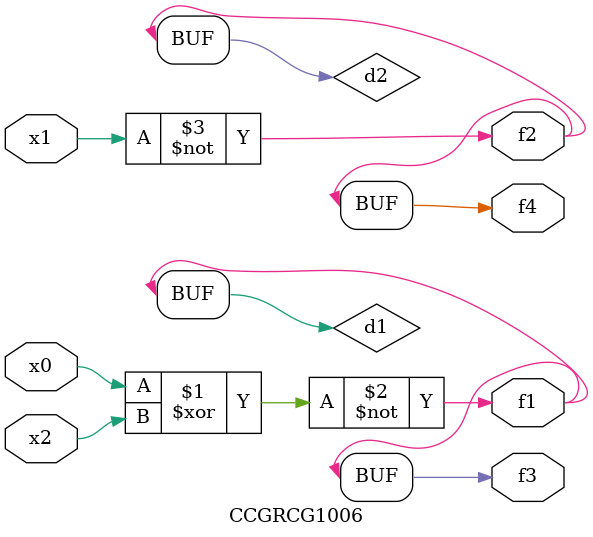
<source format=v>
module CCGRCG1006(
	input x0, x1, x2,
	output f1, f2, f3, f4
);

	wire d1, d2, d3;

	xnor (d1, x0, x2);
	nand (d2, x1);
	nor (d3, x1, x2);
	assign f1 = d1;
	assign f2 = d2;
	assign f3 = d1;
	assign f4 = d2;
endmodule

</source>
